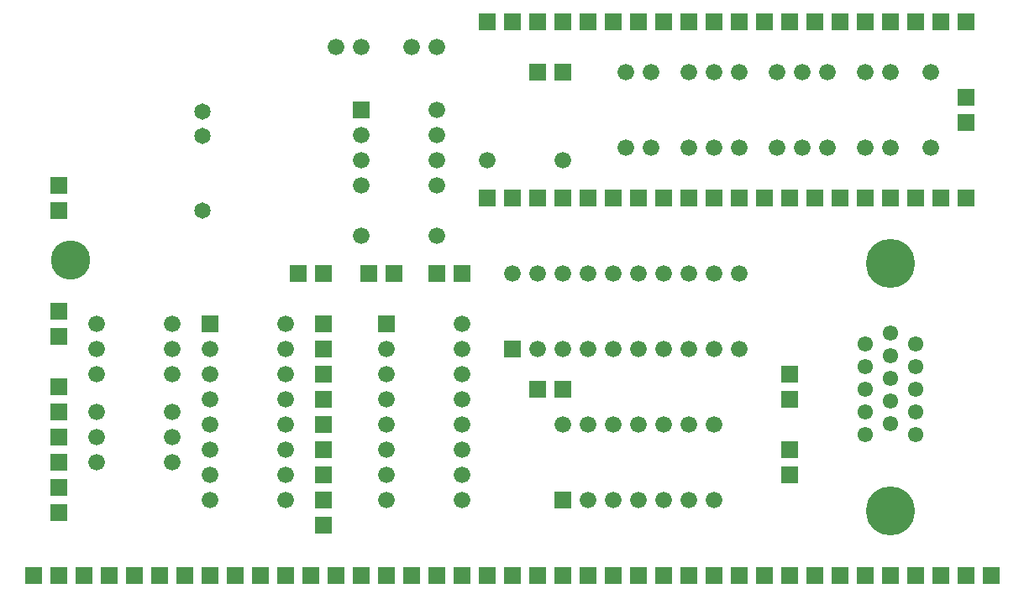
<source format=gbr>
G04 DesignSpark PCB Gerber Version 10.0 Build 5299*
G04 #@! TF.Part,Single*
G04 #@! TF.FileFunction,Soldermask,Bot*
G04 #@! TF.FilePolarity,Negative*
%FSLAX35Y35*%
%MOIN*%
G04 #@! TA.AperFunction,ComponentPad*
%ADD28R,0.06600X0.06600*%
%ADD73R,0.07100X0.07100*%
%ADD101C,0.06112*%
%ADD103C,0.06506*%
%ADD27C,0.06600*%
G04 #@! TA.AperFunction,WasherPad*
%ADD100C,0.15600*%
G04 #@! TA.AperFunction,ComponentPad*
%ADD102C,0.19498*%
G04 #@! TD.AperFunction*
X0Y0D02*
D02*
D27*
X74250Y65250D03*
Y75250D03*
Y85250D03*
Y100250D03*
Y110250D03*
Y120250D03*
X104250Y65250D03*
Y75250D03*
Y85250D03*
Y100250D03*
Y110250D03*
Y120250D03*
X119250Y50250D03*
Y60250D03*
Y70250D03*
Y80250D03*
Y90250D03*
Y100250D03*
Y110250D03*
X149250Y50250D03*
Y60250D03*
Y70250D03*
Y80250D03*
Y90250D03*
Y100250D03*
Y110250D03*
Y120250D03*
X169250Y230250D03*
X179250Y155250D03*
Y175250D03*
Y185250D03*
Y195250D03*
Y230250D03*
X189250Y50250D03*
Y60250D03*
Y70250D03*
Y80250D03*
Y90250D03*
Y100250D03*
Y110250D03*
X199250Y230250D03*
X209250Y155250D03*
Y175250D03*
Y185250D03*
Y195250D03*
Y205250D03*
Y230250D03*
X219250Y50250D03*
Y60250D03*
Y70250D03*
Y80250D03*
Y90250D03*
Y100250D03*
Y110250D03*
Y120250D03*
X229250Y185250D03*
X239250Y140250D03*
X249250Y110250D03*
Y140250D03*
X259250Y80250D03*
Y110250D03*
Y140250D03*
Y185250D03*
X269250Y50250D03*
Y80250D03*
Y110250D03*
Y140250D03*
X279250Y50250D03*
Y80250D03*
Y110250D03*
Y140250D03*
X284250Y190250D03*
Y220250D03*
X289250Y50250D03*
Y80250D03*
Y110250D03*
Y140250D03*
X294250Y190250D03*
Y220250D03*
X299250Y50250D03*
Y80250D03*
Y110250D03*
Y140250D03*
X309250Y50250D03*
Y80250D03*
Y110250D03*
Y140250D03*
Y190250D03*
Y220250D03*
X319250Y50250D03*
Y80250D03*
Y110250D03*
Y140250D03*
Y190250D03*
Y220250D03*
X329250Y110250D03*
Y140250D03*
Y190250D03*
Y220250D03*
X344250Y190250D03*
Y220250D03*
X354250Y190250D03*
Y220250D03*
X364250Y190250D03*
Y220250D03*
X379250Y190250D03*
Y220250D03*
X389250Y190250D03*
Y220250D03*
X405250Y190250D03*
Y220250D03*
D02*
D28*
X59250Y45250D03*
Y55250D03*
Y65250D03*
Y75250D03*
Y85250D03*
Y95250D03*
Y115250D03*
Y125250D03*
Y165250D03*
Y175250D03*
X119250Y120250D03*
X154250Y140250D03*
X164250Y40250D03*
Y50250D03*
Y60250D03*
Y70250D03*
Y80250D03*
Y90250D03*
Y100250D03*
Y110250D03*
Y120250D03*
Y140250D03*
X179250Y205250D03*
X182250Y140250D03*
X189250Y120250D03*
X192250Y140250D03*
X209250D03*
X219250D03*
X229250Y170250D03*
Y240250D03*
X239250Y110250D03*
Y170250D03*
Y240250D03*
X249250Y94250D03*
Y170250D03*
Y220250D03*
Y240250D03*
X259250Y50250D03*
Y94250D03*
Y170250D03*
Y220250D03*
Y240250D03*
X269250Y170250D03*
Y240250D03*
X279250Y170250D03*
Y240250D03*
X289250Y170250D03*
Y240250D03*
X299250Y170250D03*
Y240250D03*
X309250Y170250D03*
Y240250D03*
X319250Y170250D03*
Y240250D03*
X329250Y170250D03*
Y240250D03*
X339250Y170250D03*
Y240250D03*
X349250Y60250D03*
Y70250D03*
Y90250D03*
Y100250D03*
Y170250D03*
Y240250D03*
X359250Y170250D03*
Y240250D03*
X369250Y170250D03*
Y240250D03*
X379250Y170250D03*
Y240250D03*
X389250Y170250D03*
Y240250D03*
X399250Y170250D03*
Y240250D03*
X409250Y170250D03*
Y240250D03*
X419250Y170250D03*
Y200250D03*
Y210250D03*
Y240250D03*
D02*
D73*
X49250Y20250D03*
X59250D03*
X69250D03*
X79250D03*
X89250D03*
X99250D03*
X109250D03*
X119250D03*
X129250D03*
X139250D03*
X149250D03*
X159250D03*
X169250D03*
X179250D03*
X189250D03*
X199250D03*
X209250D03*
X219250D03*
X229250D03*
X239250D03*
X249250D03*
X259250D03*
X269250D03*
X279250D03*
X289250D03*
X299250D03*
X309250D03*
X319250D03*
X329250D03*
X339250D03*
X349250D03*
X359250D03*
X369250D03*
X379250D03*
X389250D03*
X399250D03*
X409250D03*
X419250D03*
X429250D03*
D02*
D100*
X63981Y145532D03*
D02*
D101*
X379250Y76266D03*
Y85262D03*
Y94258D03*
Y103254D03*
Y112250D03*
X389250Y80762D03*
Y89758D03*
Y98754D03*
Y107750D03*
Y116746D03*
X399250Y76266D03*
Y85262D03*
Y94258D03*
Y103254D03*
Y112250D03*
D02*
D102*
X389250Y46030D03*
Y144494D03*
D02*
D103*
X116250Y165250D03*
Y195171D03*
Y204620D03*
X0Y0D02*
M02*

</source>
